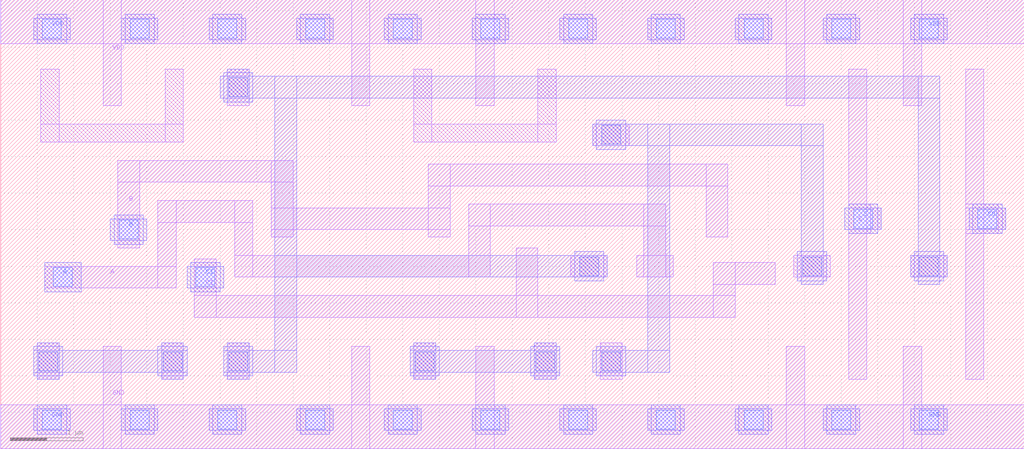
<source format=lef>
VERSION 5.7 ;
BUSBITCHARS "[]" ;
DIVIDERCHAR "/" ;

MACRO gf180mcu_osu_sc_9T_addf_1
  CLASS CORE ;
  ORIGIN 0 0 ;
  FOREIGN gf180mcu_osu_sc_9T_addf_1 0 0 ;
  SIZE 14 BY 6.15 ;
  SYMMETRY X Y ;
  SITE 9T ;
  PIN A
    DIRECTION INPUT ;
    USE SIGNAL ;
    PORT
      LAYER MET1 ;
        RECT 8.7 2.35 9.2 2.65 ;
        RECT 6.4 3.05 9.1 3.35 ;
        RECT 8.8 2.35 9.1 3.35 ;
        RECT 6.4 2.35 6.7 3.35 ;
        RECT 3.2 2.35 6.7 2.65 ;
        RECT 2.15 3.1 3.45 3.4 ;
        RECT 3.2 2.35 3.45 3.4 ;
        RECT 2.15 2.2 2.4 3.4 ;
        RECT 0.6 2.2 2.4 2.5 ;
      LAYER MET2 ;
        RECT 0.6 2.15 1.1 2.55 ;
      LAYER VIA12 ;
        RECT 0.72 2.22 0.98 2.48 ;
    END
  END A
  PIN B
    DIRECTION INPUT ;
    USE SIGNAL ;
    PORT
      LAYER MET1 ;
        RECT 5.85 3.6 9.95 3.9 ;
        RECT 9.65 2.9 9.95 3.9 ;
        RECT 5.85 2.9 6.15 3.9 ;
        RECT 3.7 3 6.15 3.3 ;
        RECT 1.6 3.65 4 3.95 ;
        RECT 3.7 2.9 4 3.95 ;
        RECT 1.6 2.75 1.9 3.95 ;
      LAYER MET2 ;
        RECT 1.5 2.85 2 3.15 ;
        RECT 1.55 2.8 1.95 3.2 ;
      LAYER VIA12 ;
        RECT 1.62 2.87 1.88 3.13 ;
    END
  END B
  PIN CI
    DIRECTION INPUT ;
    USE SIGNAL ;
    PORT
      LAYER MET1 ;
        RECT 9.75 2.25 10.6 2.55 ;
        RECT 9.75 1.8 10.05 2.55 ;
        RECT 2.65 1.8 10.05 2.1 ;
        RECT 7.05 1.8 7.35 2.75 ;
        RECT 2.65 1.8 2.95 2.6 ;
      LAYER MET2 ;
        RECT 2.55 2.2 3.05 2.5 ;
        RECT 2.6 2.15 3 2.55 ;
      LAYER VIA12 ;
        RECT 2.67 2.22 2.93 2.48 ;
    END
  END CI
  PIN CO
    DIRECTION OUTPUT ;
    USE SIGNAL ;
    PORT
      LAYER MET1 ;
        RECT 13.2 3 13.75 3.3 ;
        RECT 13.2 2.95 13.65 3.35 ;
        RECT 13.2 0.95 13.45 5.2 ;
      LAYER MET2 ;
        RECT 13.25 3 13.75 3.3 ;
        RECT 13.3 2.95 13.7 3.35 ;
      LAYER VIA12 ;
        RECT 13.37 3.02 13.63 3.28 ;
    END
  END CO
  PIN GND
    DIRECTION INPUT ;
    USE SIGNAL ;
    PORT
      LAYER MET1 ;
        RECT 0 0 14 0.6 ;
        RECT 12.35 0 12.6 1.4 ;
        RECT 10.75 0 11 1.4 ;
        RECT 6.5 0 6.75 1.4 ;
        RECT 4.8 0 5.05 1.4 ;
        RECT 1.4 0 1.65 1.4 ;
      LAYER MET2 ;
        RECT 12.45 0.25 12.95 0.55 ;
        RECT 12.5 0.2 12.9 0.6 ;
        RECT 11.25 0.25 11.75 0.55 ;
        RECT 11.3 0.2 11.7 0.6 ;
        RECT 10.05 0.25 10.55 0.55 ;
        RECT 10.1 0.2 10.5 0.6 ;
        RECT 8.85 0.25 9.35 0.55 ;
        RECT 8.9 0.2 9.3 0.6 ;
        RECT 7.65 0.25 8.15 0.55 ;
        RECT 7.7 0.2 8.1 0.6 ;
        RECT 6.45 0.25 6.95 0.55 ;
        RECT 6.5 0.2 6.9 0.6 ;
        RECT 5.25 0.25 5.75 0.55 ;
        RECT 5.3 0.2 5.7 0.6 ;
        RECT 4.05 0.25 4.55 0.55 ;
        RECT 4.1 0.2 4.5 0.6 ;
        RECT 2.85 0.25 3.35 0.55 ;
        RECT 2.9 0.2 3.3 0.6 ;
        RECT 1.65 0.25 2.15 0.55 ;
        RECT 1.7 0.2 2.1 0.6 ;
        RECT 0.45 0.25 0.95 0.55 ;
        RECT 0.5 0.2 0.9 0.6 ;
      LAYER VIA12 ;
        RECT 0.57 0.27 0.83 0.53 ;
        RECT 1.77 0.27 2.03 0.53 ;
        RECT 2.97 0.27 3.23 0.53 ;
        RECT 4.17 0.27 4.43 0.53 ;
        RECT 5.37 0.27 5.63 0.53 ;
        RECT 6.57 0.27 6.83 0.53 ;
        RECT 7.77 0.27 8.03 0.53 ;
        RECT 8.97 0.27 9.23 0.53 ;
        RECT 10.17 0.27 10.43 0.53 ;
        RECT 11.37 0.27 11.63 0.53 ;
        RECT 12.57 0.27 12.83 0.53 ;
    END
  END GND
  PIN S
    DIRECTION OUTPUT ;
    USE SIGNAL ;
    PORT
      LAYER MET1 ;
        RECT 11.6 3 12.05 3.3 ;
        RECT 11.6 2.95 11.9 3.35 ;
        RECT 11.6 0.95 11.85 5.2 ;
      LAYER MET2 ;
        RECT 11.55 3 12.05 3.3 ;
        RECT 11.6 2.95 12 3.35 ;
      LAYER VIA12 ;
        RECT 11.67 3.02 11.93 3.28 ;
    END
  END S
  PIN VDD
    DIRECTION INOUT ;
    USE POWER ;
    SHAPE ABUTMENT ;
    PORT
      LAYER MET1 ;
        RECT 0 5.55 14 6.15 ;
        RECT 12.35 4.7 12.6 6.15 ;
        RECT 10.75 4.7 11 6.15 ;
        RECT 6.5 4.7 6.75 6.15 ;
        RECT 4.8 4.7 5.05 6.15 ;
        RECT 1.4 4.7 1.65 6.15 ;
      LAYER MET2 ;
        RECT 12.45 5.6 12.95 5.9 ;
        RECT 12.5 5.55 12.9 5.95 ;
        RECT 11.25 5.6 11.75 5.9 ;
        RECT 11.3 5.55 11.7 5.95 ;
        RECT 10.05 5.6 10.55 5.9 ;
        RECT 10.1 5.55 10.5 5.95 ;
        RECT 8.85 5.6 9.35 5.9 ;
        RECT 8.9 5.55 9.3 5.95 ;
        RECT 7.65 5.6 8.15 5.9 ;
        RECT 7.7 5.55 8.1 5.95 ;
        RECT 6.45 5.6 6.95 5.9 ;
        RECT 6.5 5.55 6.9 5.95 ;
        RECT 5.25 5.6 5.75 5.9 ;
        RECT 5.3 5.55 5.7 5.95 ;
        RECT 4.05 5.6 4.55 5.9 ;
        RECT 4.1 5.55 4.5 5.95 ;
        RECT 2.85 5.6 3.35 5.9 ;
        RECT 2.9 5.55 3.3 5.95 ;
        RECT 1.65 5.6 2.15 5.9 ;
        RECT 1.7 5.55 2.1 5.95 ;
        RECT 0.45 5.6 0.95 5.9 ;
        RECT 0.5 5.55 0.9 5.95 ;
      LAYER VIA12 ;
        RECT 0.57 5.62 0.83 5.88 ;
        RECT 1.77 5.62 2.03 5.88 ;
        RECT 2.97 5.62 3.23 5.88 ;
        RECT 4.17 5.62 4.43 5.88 ;
        RECT 5.37 5.62 5.63 5.88 ;
        RECT 6.57 5.62 6.83 5.88 ;
        RECT 7.77 5.62 8.03 5.88 ;
        RECT 8.97 5.62 9.23 5.88 ;
        RECT 10.17 5.62 10.43 5.88 ;
        RECT 11.37 5.62 11.63 5.88 ;
        RECT 12.57 5.62 12.83 5.88 ;
    END
  END VDD
  OBS
    LAYER MET2 ;
      RECT 3.1 4.75 3.4 5.2 ;
      RECT 3.05 4.75 3.45 5.15 ;
      RECT 3 4.8 12.85 5.1 ;
      RECT 12.55 2.25 12.85 5.1 ;
      RECT 3.75 1.05 4.05 5.1 ;
      RECT 12.5 2.3 12.9 2.7 ;
      RECT 7.85 2.3 8.25 2.7 ;
      RECT 12.45 2.35 12.95 2.65 ;
      RECT 3.75 2.35 8.3 2.65 ;
      RECT 3.1 0.95 3.4 1.45 ;
      RECT 3.05 1 3.45 1.4 ;
      RECT 3.05 1.05 4.05 1.35 ;
      RECT 8.15 4.1 8.55 4.5 ;
      RECT 8.1 4.15 11.25 4.45 ;
      RECT 10.95 2.25 11.25 4.45 ;
      RECT 8.85 1.05 9.15 4.45 ;
      RECT 10.9 2.3 11.3 2.7 ;
      RECT 8.15 1 8.55 1.4 ;
      RECT 8.1 1.05 9.15 1.35 ;
      RECT 7.3 0.95 7.6 1.45 ;
      RECT 5.65 0.95 5.95 1.45 ;
      RECT 7.25 1 7.65 1.4 ;
      RECT 5.6 1 6 1.4 ;
      RECT 5.6 1.05 7.65 1.35 ;
      RECT 2.2 0.95 2.5 1.45 ;
      RECT 0.5 0.95 0.8 1.45 ;
      RECT 2.15 1 2.55 1.4 ;
      RECT 0.45 1 0.85 1.4 ;
      RECT 0.45 1.05 2.55 1.35 ;
    LAYER VIA12 ;
      RECT 12.57 2.37 12.83 2.63 ;
      RECT 10.97 2.37 11.23 2.63 ;
      RECT 8.22 1.07 8.48 1.33 ;
      RECT 8.22 4.17 8.48 4.43 ;
      RECT 7.92 2.37 8.18 2.63 ;
      RECT 7.32 1.07 7.58 1.33 ;
      RECT 5.67 1.07 5.93 1.33 ;
      RECT 3.12 1.07 3.38 1.33 ;
      RECT 3.12 4.82 3.38 5.08 ;
      RECT 2.22 1.07 2.48 1.33 ;
      RECT 0.52 1.07 0.78 1.33 ;
    LAYER MET1 ;
      RECT 7.35 4.2 7.6 5.2 ;
      RECT 5.65 4.2 5.9 5.2 ;
      RECT 5.65 4.2 7.6 4.45 ;
      RECT 2.25 4.2 2.5 5.2 ;
      RECT 0.55 4.2 0.8 5.2 ;
      RECT 0.55 4.2 2.5 4.45 ;
      RECT 12.45 2.35 12.95 2.65 ;
      RECT 10.85 2.35 11.35 2.65 ;
      RECT 8.1 4.15 8.6 4.45 ;
      RECT 8.2 0.95 8.5 1.45 ;
      RECT 7.8 2.35 8.3 2.65 ;
      RECT 7.3 0.95 7.6 1.45 ;
      RECT 5.65 0.95 5.95 1.45 ;
      RECT 3.1 0.95 3.4 1.45 ;
      RECT 3.1 4.7 3.4 5.2 ;
      RECT 2.2 0.95 2.5 1.45 ;
      RECT 0.5 0.95 0.8 1.45 ;
  END
END gf180mcu_osu_sc_9T_addf_1

</source>
